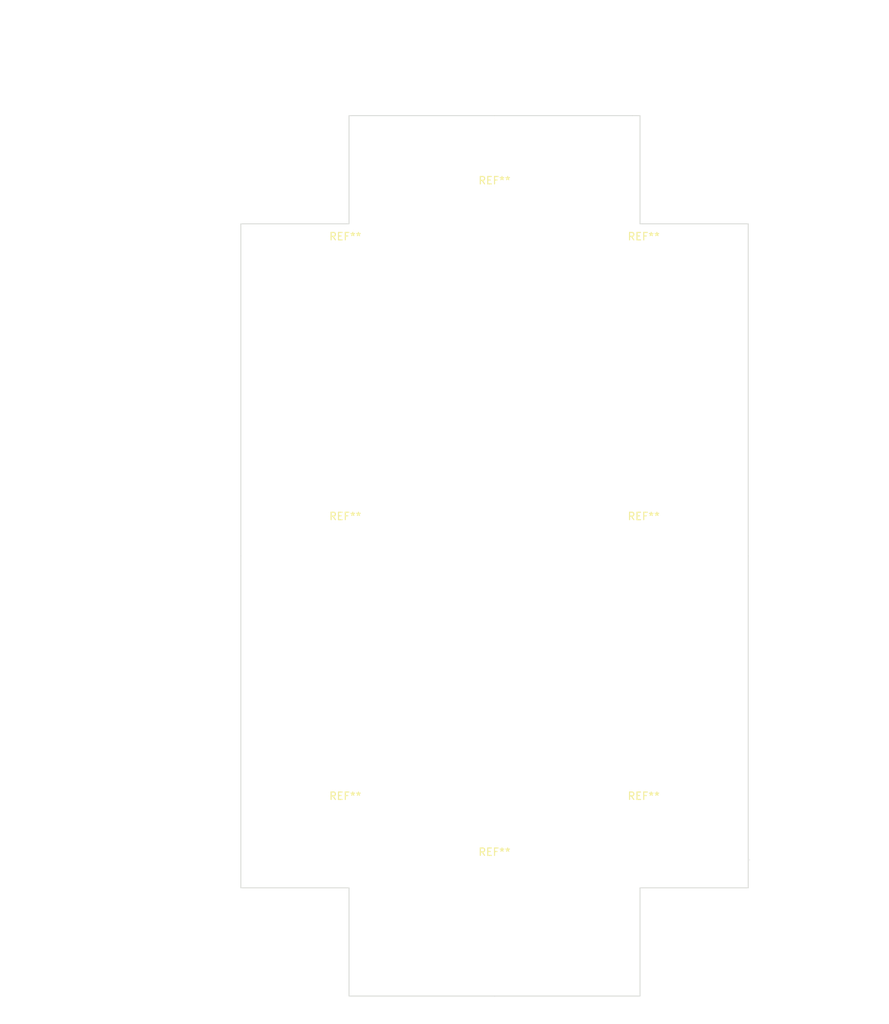
<source format=kicad_pcb>
(kicad_pcb (version 20240108) (generator "pcbnew") (generator_version "8.0")
  (layers (0 "F.Cu" signal) (31 "B.Cu" signal) (34 "B.Paste" user) (35 "F.Paste" user) (36 "B.SilkS" user "B.Silkscreen") (37 "F.SilkS" user "F.Silkscreen") (38 "B.Mask" user) (39 "F.Mask" user) (44 "Edge.Cuts" user))
  (net 0 "")
  (footprint "MountingHole:MountingHole_4.3mm_M4" (layer "F.Cu") (at 154 51.5)
    (property "Reference" "REF**" (at 0 -5.3 0) (layer "F.SilkS"))
    (property "Value" "MountingHole_4.3mm_M4")
    (pad "" np_thru_hole circle (at 0 0) (size 4.3 4.3) (drill 4.3) (layers "F&B.Cu" "*.Mask"))
  )
  (footprint "MountingHole:MountingHole_4.3mm_M4" (layer "F.Cu") (at 134 134)
    (property "Reference" "REF**" (at 0 -5.3 0) (layer "F.SilkS"))
    (property "Value" "MountingHole_4.3mm_M4")
    (pad "" np_thru_hole circle (at 0 0) (size 4.3 4.3) (drill 4.3) (layers "F&B.Cu" "*.Mask"))
  )
  (footprint "MountingHole:MountingHole_4.3mm_M4" (layer "F.Cu") (at 154 126.5)
    (property "Reference" "REF**" (at 0 -5.3 0) (layer "F.SilkS"))
    (property "Value" "MountingHole_4.3mm_M4")
    (pad "" np_thru_hole circle (at 0 0) (size 4.3 4.3) (drill 4.3) (layers "F&B.Cu" "*.Mask"))
  )
  (footprint "MountingHole:MountingHole_4.3mm_M4" (layer "F.Cu") (at 114 51.5)
    (property "Reference" "REF**" (at 0 -5.3 0) (layer "F.SilkS"))
    (property "Value" "MountingHole_4.3mm_M4")
    (pad "" np_thru_hole circle (at 0 0) (size 4.3 4.3) (drill 4.3) (layers "F&B.Cu" "*.Mask"))
  )
  (footprint "MountingHole:MountingHole_4.3mm_M4" (layer "F.Cu") (at 154 89)
    (property "Reference" "REF**" (at 0 -5.3 0) (layer "F.SilkS"))
    (property "Value" "MountingHole_4.3mm_M4")
    (pad "" np_thru_hole circle (at 0 0) (size 4.3 4.3) (drill 4.3) (layers "F&B.Cu" "*.Mask"))
  )
  (footprint "MountingHole:MountingHole_4.3mm_M4" (layer "F.Cu") (at 134 44)
    (property "Reference" "REF**" (at 0 -5.3 0) (layer "F.SilkS"))
    (property "Value" "MountingHole_4.3mm_M4")
    (pad "" np_thru_hole circle (at 0 0) (size 4.3 4.3) (drill 4.3) (layers "*.Cu" "*.Mask"))
  )
  (footprint "MountingHole:MountingHole_4.3mm_M4" (layer "F.Cu") (at 114 89)
    (property "Reference" "REF**" (at 0 -5.3 0) (layer "F.SilkS"))
    (property "Value" "MountingHole_4.3mm_M4")
    (pad "" np_thru_hole circle (at 0 0) (size 4.3 4.3) (drill 4.3) (layers "F&B.Cu" "*.Mask"))
  )
  (footprint "MountingHole:MountingHole_4.3mm_M4" (layer "F.Cu") (at 114 126.5)
    (property "Reference" "REF**" (at 0 -5.3 0) (layer "F.SilkS"))
    (property "Value" "MountingHole_4.3mm_M4")
    (pad "" np_thru_hole circle (at 0 0) (size 4.3 4.3) (drill 4.3) (layers "F&B.Cu" "*.Mask"))
  )
  (gr_line (start 168 133.5) (end 153.5 133.5) (stroke (width 0.1)) (layer "Edge.Cuts"))
  (gr_line (start 100 89) (end 100 44.5) (stroke (width 0.1)) (layer "Edge.Cuts"))
  (gr_line (start 114.5 148) (end 134 148) (stroke (width 0.1)) (layer "Edge.Cuts"))
  (gr_line (start 152.5 30) (end 152.5 30) (stroke (width 0.1)) (layer "Edge.Cuts"))
  (gr_line (start 153.5 133.5) (end 153.5 148) (stroke (width 0.1)) (layer "Edge.Cuts"))
  (gr_line (start 153.5 44.5) (end 168 44.5) (stroke (width 0.1)) (layer "Edge.Cuts"))
  (gr_line (start 168 89) (end 168 133.5) (stroke (width 0.1)) (layer "Edge.Cuts"))
  (gr_line (start 114.5 30) (end 134 30) (stroke (width 0.1)) (layer "Edge.Cuts"))
  (gr_line (start 134 30) (end 153.5 30) (stroke (width 0.1)) (layer "Edge.Cuts"))
  (gr_line (start 114.5 30) (end 114.5 44.5) (stroke (width 0.1)) (layer "Edge.Cuts"))
  (gr_line (start 168.18602 129.748471) (end 168.18602 129.748471) (stroke (width 0.1)) (layer "Edge.Cuts"))
  (gr_line (start 114.5 133.5) (end 100 133.5) (stroke (width 0.1)) (layer "Edge.Cuts"))
  (gr_line (start 168 89) (end 168 44.5) (stroke (width 0.1)) (layer "Edge.Cuts"))
  (gr_line (start 100 44.5) (end 114.5 44.5) (stroke (width 0.1)) (layer "Edge.Cuts"))
  (gr_line (start 100 133.5) (end 100 89) (stroke (width 0.1)) (layer "Edge.Cuts"))
  (gr_line (start 114.5 148) (end 114.5 133.5) (stroke (width 0.1)) (layer "Edge.Cuts"))
  (gr_line (start 153.5 30) (end 153.5 44.5) (stroke (width 0.1)) (layer "Edge.Cuts"))
  (gr_line (start 134 148) (end 153.5 148) (stroke (width 0.1)) (layer "Edge.Cuts"))
)
</source>
